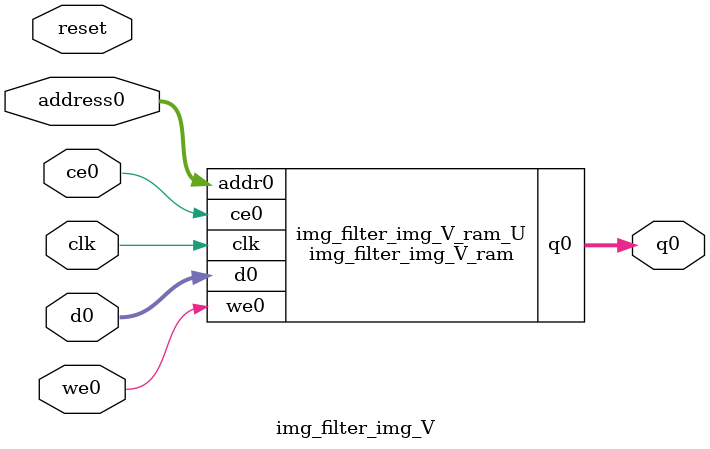
<source format=v>
`timescale 1 ns / 1 ps
module img_filter_img_V_ram (addr0, ce0, d0, we0, q0,  clk);

parameter DWIDTH = 8;
parameter AWIDTH = 19;
parameter MEM_SIZE = 307200;

input[AWIDTH-1:0] addr0;
input ce0;
input[DWIDTH-1:0] d0;
input we0;
output reg[DWIDTH-1:0] q0;
input clk;

(* ram_style = "block" *)reg [DWIDTH-1:0] ram[0:MEM_SIZE-1];




always @(posedge clk)  
begin 
    if (ce0) 
    begin
        if (we0) 
        begin 
            ram[addr0] <= d0; 
        end 
        q0 <= ram[addr0];
    end
end


endmodule

`timescale 1 ns / 1 ps
module img_filter_img_V(
    reset,
    clk,
    address0,
    ce0,
    we0,
    d0,
    q0);

parameter DataWidth = 32'd8;
parameter AddressRange = 32'd307200;
parameter AddressWidth = 32'd19;
input reset;
input clk;
input[AddressWidth - 1:0] address0;
input ce0;
input we0;
input[DataWidth - 1:0] d0;
output[DataWidth - 1:0] q0;



img_filter_img_V_ram img_filter_img_V_ram_U(
    .clk( clk ),
    .addr0( address0 ),
    .ce0( ce0 ),
    .we0( we0 ),
    .d0( d0 ),
    .q0( q0 ));

endmodule


</source>
